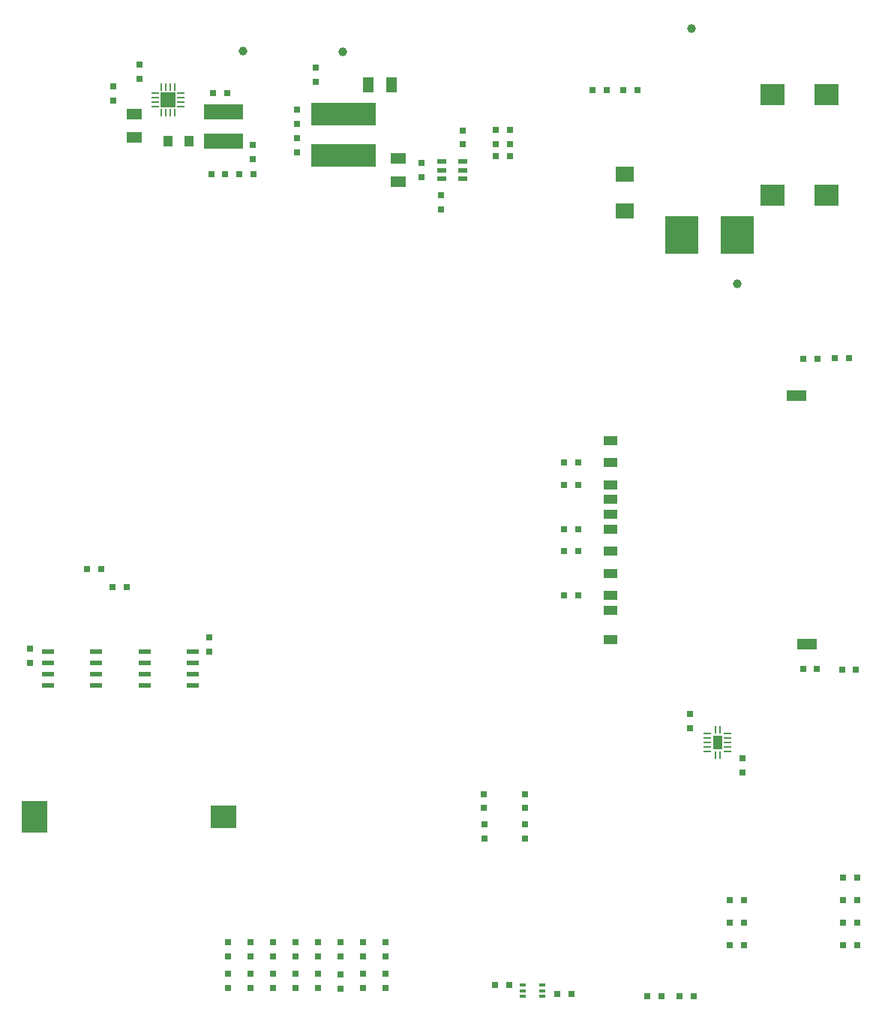
<source format=gtp>
G04 Layer_Color=8421504*
%FSLAX44Y44*%
%MOMM*%
G71*
G01*
G75*
%ADD10C,1.0000*%
%ADD11R,7.3000X2.6000*%
%ADD12R,0.8000X0.4500*%
%ADD13R,1.0500X0.6000*%
%ADD14R,1.4500X0.6000*%
%ADD15R,3.0000X3.6000*%
%ADD16R,3.0000X2.6000*%
%ADD17R,0.8000X0.8000*%
%ADD18R,1.7000X1.7000*%
%ADD19R,0.2500X0.8500*%
%ADD20R,0.8500X0.2500*%
%ADD21R,0.9000X0.2500*%
%ADD22R,0.2500X0.9000*%
%ADD23R,1.0000X1.5000*%
%ADD24R,0.8000X0.8000*%
%ADD25R,4.5000X1.8000*%
%ADD26R,2.1500X1.8000*%
%ADD27R,2.8000X2.4000*%
%ADD28R,1.2000X1.8000*%
%ADD29R,1.0500X1.3000*%
%ADD30R,2.2000X1.2000*%
%ADD31R,1.5000X1.0000*%
%ADD32R,3.8000X4.2000*%
%ADD33R,1.8000X1.2000*%
D10*
X847194Y874268D02*
D03*
X288798Y1136904D02*
D03*
X795666Y1162050D02*
D03*
X401828Y1135888D02*
D03*
D11*
X402336Y1019170D02*
D03*
Y1066170D02*
D03*
D12*
X626403Y77293D02*
D03*
Y83793D02*
D03*
Y70793D02*
D03*
X604903D02*
D03*
Y83793D02*
D03*
Y77293D02*
D03*
D13*
X513707Y1012172D02*
D03*
Y1002672D02*
D03*
Y993172D02*
D03*
X537207D02*
D03*
Y1002672D02*
D03*
Y1012172D02*
D03*
D14*
X122969Y421780D02*
D03*
Y434480D02*
D03*
Y447180D02*
D03*
Y459880D02*
D03*
X68469Y421780D02*
D03*
Y434480D02*
D03*
Y447180D02*
D03*
Y459880D02*
D03*
X177689D02*
D03*
Y447180D02*
D03*
Y434480D02*
D03*
Y421780D02*
D03*
X232189Y459880D02*
D03*
Y447180D02*
D03*
Y434480D02*
D03*
Y421780D02*
D03*
D15*
X53396Y273190D02*
D03*
D16*
X267396D02*
D03*
D17*
X972794Y790459D02*
D03*
X956794D02*
D03*
X937448Y790109D02*
D03*
X921448D02*
D03*
X798009Y71226D02*
D03*
X782009D02*
D03*
X745618D02*
D03*
X761618D02*
D03*
X651130Y597720D02*
D03*
X667130D02*
D03*
X589575Y83630D02*
D03*
X573575D02*
D03*
X659510Y73660D02*
D03*
X643510D02*
D03*
X300587Y998210D02*
D03*
X284587D02*
D03*
X683706Y1092947D02*
D03*
X699706D02*
D03*
X651130Y672720D02*
D03*
X667130D02*
D03*
X838289Y128645D02*
D03*
X854289D02*
D03*
X966598D02*
D03*
X982598D02*
D03*
X966598Y154178D02*
D03*
X982598D02*
D03*
X966598Y179324D02*
D03*
X982598D02*
D03*
X966598Y204470D02*
D03*
X982598D02*
D03*
X854289Y154045D02*
D03*
X838289D02*
D03*
X854289Y179446D02*
D03*
X838289D02*
D03*
X667130Y647720D02*
D03*
X651130D02*
D03*
X667130Y572770D02*
D03*
X651130D02*
D03*
X667130Y523240D02*
D03*
X651130D02*
D03*
X157860Y532892D02*
D03*
X141860D02*
D03*
X112905Y553213D02*
D03*
X128905D02*
D03*
X253091Y998220D02*
D03*
X269091D02*
D03*
X270890Y1089758D02*
D03*
X254890D02*
D03*
X733996Y1093298D02*
D03*
X717996D02*
D03*
X590676Y1018540D02*
D03*
X574676D02*
D03*
X921068Y439928D02*
D03*
X937068D02*
D03*
X981074Y439674D02*
D03*
X965074D02*
D03*
D18*
X204188Y1082180D02*
D03*
D19*
X211688Y1067680D02*
D03*
X206688D02*
D03*
X201688D02*
D03*
X196688D02*
D03*
Y1096680D02*
D03*
X201688D02*
D03*
X206688D02*
D03*
X211688D02*
D03*
D20*
X189688Y1074680D02*
D03*
Y1079680D02*
D03*
Y1084680D02*
D03*
Y1089680D02*
D03*
X218688D02*
D03*
Y1084680D02*
D03*
Y1079680D02*
D03*
Y1074680D02*
D03*
D21*
X813199Y367245D02*
D03*
Y362245D02*
D03*
Y357245D02*
D03*
Y352245D02*
D03*
Y347245D02*
D03*
X836199D02*
D03*
Y352245D02*
D03*
Y357245D02*
D03*
Y362245D02*
D03*
Y367245D02*
D03*
D22*
X822199Y343245D02*
D03*
X827199D02*
D03*
Y371245D02*
D03*
X822199D02*
D03*
D23*
X824699Y357245D02*
D03*
D24*
X607531Y264794D02*
D03*
Y248794D02*
D03*
X490728Y1010538D02*
D03*
Y994538D02*
D03*
X250952Y475970D02*
D03*
Y459970D02*
D03*
X48260Y446914D02*
D03*
Y462914D02*
D03*
X793750Y389563D02*
D03*
Y373563D02*
D03*
X853099Y339470D02*
D03*
Y323470D02*
D03*
X172438Y1105930D02*
D03*
Y1121930D02*
D03*
X537207Y1047622D02*
D03*
Y1031622D02*
D03*
X142240Y1096874D02*
D03*
Y1080874D02*
D03*
X299720Y1014858D02*
D03*
Y1030858D02*
D03*
X512572Y958216D02*
D03*
Y974216D02*
D03*
X370840Y1118488D02*
D03*
Y1102488D02*
D03*
X449468Y115945D02*
D03*
Y131945D02*
D03*
X348217Y115945D02*
D03*
Y131945D02*
D03*
X424417Y115945D02*
D03*
Y131945D02*
D03*
X322817Y115945D02*
D03*
Y131945D02*
D03*
X399017Y115945D02*
D03*
Y131945D02*
D03*
X297417Y115945D02*
D03*
Y131945D02*
D03*
X373617Y115945D02*
D03*
Y131945D02*
D03*
X272017Y115945D02*
D03*
Y131945D02*
D03*
X350266Y1023124D02*
D03*
Y1039124D02*
D03*
X449467Y80385D02*
D03*
Y96385D02*
D03*
X347867Y80385D02*
D03*
Y96385D02*
D03*
X424067Y80385D02*
D03*
Y96385D02*
D03*
X322467Y80385D02*
D03*
Y96385D02*
D03*
X398667Y95884D02*
D03*
Y79884D02*
D03*
X297067Y80385D02*
D03*
Y96385D02*
D03*
X373267Y80385D02*
D03*
Y96385D02*
D03*
X271667Y80385D02*
D03*
Y96385D02*
D03*
X350108Y1055001D02*
D03*
Y1071001D02*
D03*
X590550Y1032384D02*
D03*
Y1048384D02*
D03*
X574710Y1032384D02*
D03*
Y1048384D02*
D03*
X561520Y264823D02*
D03*
Y248824D02*
D03*
X607531Y299179D02*
D03*
Y283179D02*
D03*
X561170Y299179D02*
D03*
Y283179D02*
D03*
D25*
X266700Y1035469D02*
D03*
Y1068469D02*
D03*
D26*
X720270Y956892D02*
D03*
Y997892D02*
D03*
D27*
X947420Y974171D02*
D03*
X886420D02*
D03*
Y1088171D02*
D03*
X947420D02*
D03*
D28*
X430230Y1098804D02*
D03*
X456230D02*
D03*
D29*
X204188Y1035469D02*
D03*
X227688D02*
D03*
D30*
X914049Y747970D02*
D03*
X926049Y467970D02*
D03*
D31*
X704049Y506470D02*
D03*
Y631220D02*
D03*
Y647720D02*
D03*
Y614720D02*
D03*
Y697720D02*
D03*
Y672720D02*
D03*
Y523470D02*
D03*
Y547720D02*
D03*
Y472970D02*
D03*
Y597720D02*
D03*
Y572720D02*
D03*
D32*
X783994Y929386D02*
D03*
X847194D02*
D03*
D33*
X166370Y1065830D02*
D03*
Y1039830D02*
D03*
X464566Y989672D02*
D03*
Y1015672D02*
D03*
M02*

</source>
